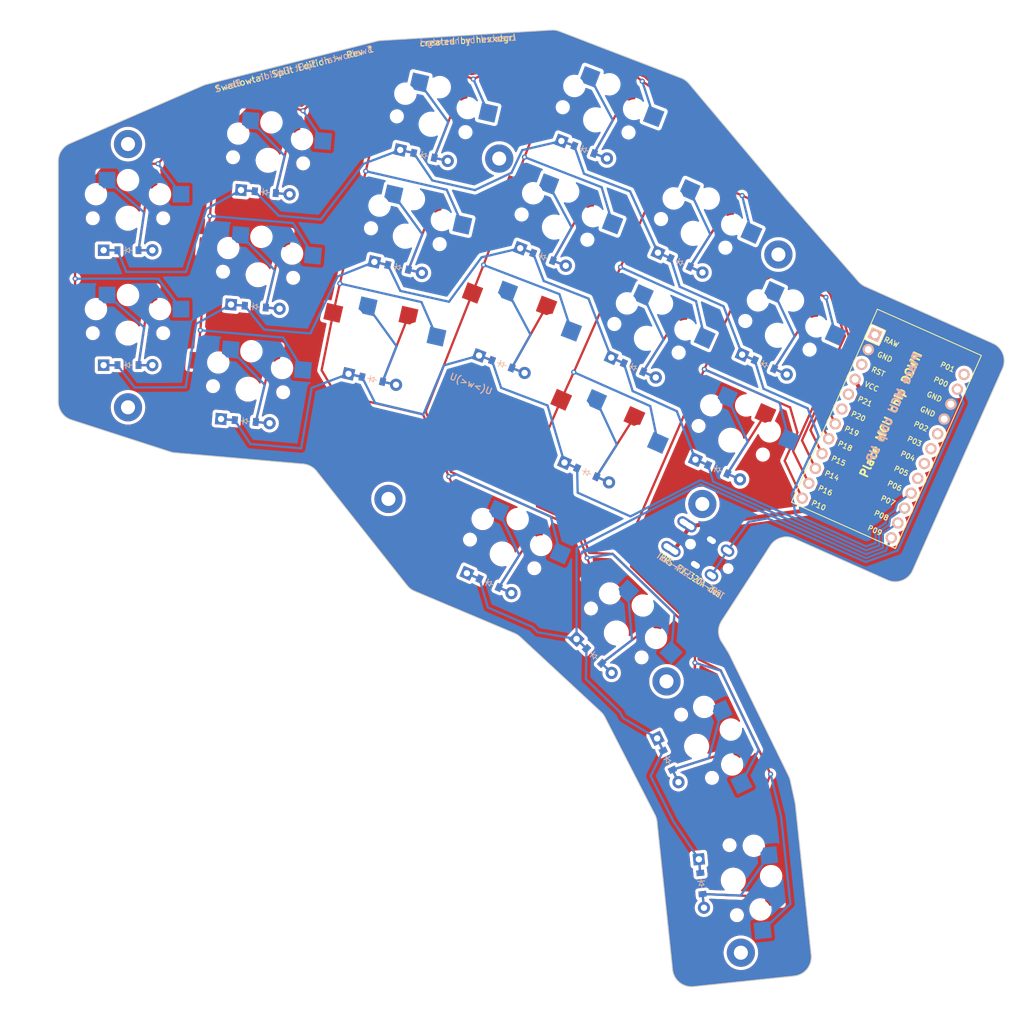
<source format=kicad_pcb>
(kicad_pcb (version 20240108) (generator "pcbnew") (generator_version "8.0")
  (title_block (title "swallowtail_split") (rev "v1.0.0") (company "Unknown"))
  (layers (0 "F.Cu" signal) (31 "B.Cu" signal) (34 "B.Paste" user) (35 "F.Paste" user) (36 "B.SilkS" user "B.Silkscreen") (37 "F.SilkS" user "F.Silkscreen") (38 "B.Mask" user) (39 "F.Mask" user) (44 "Edge.Cuts" user))
  (net 0 "")
  (net 1 "outer_home")
  (net 2 "P19")
  (net 3 "outer_top")
  (net 4 "pinky_bottom")
  (net 5 "P18")
  (net 6 "pinky_home")
  (net 7 "pinky_top")
  (net 8 "ring_bottom")
  (net 9 "P15")
  (net 10 "ring_home")
  (net 11 "ring_top")
  (net 12 "middle_bottom")
  (net 13 "P14")
  (net 14 "middle_home")
  (net 15 "middle_top")
  (net 16 "index_bottom")
  (net 17 "P16")
  (net 18 "index_home")
  (net 19 "index_top")
  (net 20 "inner_home")
  (net 21 "P10")
  (net 22 "inner_top")
  (net 23 "near_thumb")
  (net 24 "home_thumb")
  (net 25 "far_thumb")
  (net 26 "farthest_thumb")
  (net 27 "P7")
  (net 28 "P6")
  (net 29 "P8")
  (net 30 "P9")
  (net 31 "RAW")
  (net 32 "GND")
  (net 33 "RST")
  (net 34 "VCC")
  (net 35 "P21")
  (net 36 "P20")
  (net 37 "P1")
  (net 38 "P0")
  (net 39 "P2")
  (net 40 "P3")
  (net 41 "P4")
  (net 42 "P5")
  (footprint "PG1350" (layer "F.Cu") (at 118.761467 90.811416 -5)
    (property "Reference" "S3" (hide yes))
    (property "Value" "" (hide yes))
  )
  (footprint "PG1350" (layer "F.Cu") (at 173.068258 48.724352 -21)
    (property "Reference" "S11" (hide yes))
    (property "Value" "" (hide yes))
  )
  (footprint "MountingHole_2.2mm_M2_Pad_Via" (layer "F.Cu") (at 157.998686 54.775837 -21)
    (property "Reference" "_4" (hide yes))
    (property "Value" "")
  )
  (footprint "ComboDiode" (layer "F.Cu") (at 156.425827 121.115808 -24)
    (property "Reference" "D17" (hide yes))
    (property "Value" "" (hide yes))
  )
  (footprint "MountingHole_2.2mm_M2_Pad_Via" (layer "F.Cu") (at 140.691219 107.955571 -21)
    (property "Reference" "_3" (hide yes))
    (property "Value" "")
  )
  (footprint "ComboDiode" (layer "F.Cu") (at 100 87.05)
    (property "Reference" "D1" (hide yes))
    (property "Value" "" (hide yes))
  )
  (footprint "PG1350" (layer "F.Cu") (at 173.71118 99.256564 -24)
    (property "Reference" "S12" (hide yes))
    (property "Value" "" (hide yes))
  )
  (footprint "ComboDiode" (layer "F.Cu") (at 142.203788 71.775459 -13)
    (property "Reference" "D7" (hide yes))
    (property "Value" "" (hide yes))
  )
  (footprint "ComboDiode" (layer "F.Cu") (at 119.890134 77.910695 -5)
    (property "Reference" "D4" (hide yes))
    (property "Value" "" (hide yes))
  )
  (footprint "ComboDiode" (layer "F.Cu") (at 100 69.1)
    (property "Reference" "D2" (hide yes))
    (property "Value" "" (hide yes))
  )
  (footprint "ComboDiode" (layer "F.Cu") (at 192.137033 103.355396 -24)
    (property "Reference" "D15" (hide yes))
    (property "Value" "" (hide yes))
  )
  (footprint "ComboDiode" (layer "F.Cu") (at 189.592826 168.042243 -84)
    (property "Reference" "D20" (hide yes))
    (property "Value" "" (hide yes))
  )
  (footprint "MountingHole_2.2mm_M2_Pad_Via" (layer "F.Cu") (at 184.138065 136.465759 -44)
    (property "Reference" "_7" (hide yes))
    (property "Value" "")
  )
  (footprint "PG1350" (layer "F.Cu") (at 194.565436 167.519601 -84)
    (property "Reference" "S20" (hide yes))
    (property "Value" "" (hide yes))
  )
  (footprint "ComboDiode" (layer "F.Cu") (at 158.411009 86.907791 -21)
    (property "Reference" "D9" (hide yes))
    (property "Value" "" (hide yes))
  )
  (footprint "PG1350" (layer "F.Cu") (at 176.297262 128.893983 -44)
    (property "Reference" "S18" (hide yes))
    (property "Value" "" (hide yes))
  )
  (footprint "ComboDiode" (layer "F.Cu") (at 146.241659 54.285516 -13)
    (property "Reference" "D8" (hide yes))
    (property "Value" "" (hide yes))
  )
  (footprint "ComboDiode" (layer "F.Cu") (at 171.677496 103.824291 -24)
    (property "Reference" "D12" (hide yes))
    (property "Value" "" (hide yes))
  )
  (footprint "PG1350" (layer "F.Cu") (at 147.366415 49.413666 -13)
    (property "Reference" "S8" (hide yes))
    (property "Value" "" (hide yes))
  )
  (footprint "MountingHole_2.2mm_M2_Pad_Via" (layer "F.Cu") (at 195.75706 178.857151 -84)
    (property "Reference" "_8" (hide yes))
    (property "Value" "")
  )
  (footprint "PG1350" (layer "F.Cu") (at 139.290672 84.393551 -13)
    (property "Reference" "S6" (hide yes))
    (property "Value" "" (hide yes))
  )
  (footprint "ComboDiode" (layer "F.Cu") (at 186.279342 71.028009 -24)
    (property "Reference" "D14" (hide yes))
    (property "Value" "" (hide yes))
  )
  (footprint "ComboDiode" (layer "F.Cu") (at 164.843714 70.150022 -21)
    (property "Reference" "D10" (hide yes))
    (property "Value" "" (hide yes))
  )
  (footprint "PG1350" (layer "F.Cu") (at 188.313025 66.460282 -24)
    (property "Reference" "S14" (hide yes))
    (property "Value" "" (hide yes))
  )
  (footprint "PG1350" (layer "F.Cu") (at 100 82.05)
    (property "Reference" "S1" (hide yes))
    (property "Value" "" (hide yes))
  )
  (footprint "MountingHole_2.2mm_M2_Pad_Via" (layer "F.Cu") (at 201.617989 69.767853 -24)
    (property "Reference" "_5" (hide yes))
    (property "Value" "")
  )
  (footprint "PG1350" (layer "F.Cu") (at 160.202849 82.239889 -21)
    (property "Reference" "S9" (hide yes))
    (property "Value" "" (hide yes))
  )
  (footprint "MountingHole_2.2mm_M2_Pad_Via" (layer "F.Cu") (at 100 52.51)
    (property "Reference" "_2" (hide yes))
    (property "Value" "")
  )
  (footprint "ComboDiode" (layer "F.Cu") (at 121.45458 60.029 -5)
    (property "Reference" "D5" (hide yes))
    (property "Value" "" (hide yes))
  )
  (footprint "TRRS-PJ-320A-dual" (layer "F.Cu") (at 193.851156 121.632753 -123)
    (property "Reference" "TRRS1")
    (property "Value" "TRRS-PJ-320A-dual")
  )
  (footprint "PG1350" (layer "F.Cu") (at 166.635554 65.48212 -21)
    (property "Reference" "S10" (hide yes))
    (property "Value" "" (hide yes))
  )
  (footprint "ComboDiode" (layer "F.Cu") (at 171.276419 53.392254 -21)
    (property "Reference" "D11" (hide yes))
    (property "Value" "" (hide yes))
  )
  (footprint "PG1350" (layer "F.Cu") (at 181.012102 82.858423 -24)
    (property "Reference" "S13" (hide yes))
    (property "Value" "" (hide yes))
  )
  (footprint "PG1350" (layer "F.Cu") (at 120.325913 72.929721 -5)
    (property "Reference" "S4" (hide yes))
    (property "Value" "" (hide yes))
  )
  (footprint "ComboDiode" (layer "F.Cu") (at 199.437956 86.957255 -24)
    (property "Reference" "D16" (hide yes))
    (property "Value" "" (hide yes))
  )
  (footprint "ComboDiode" (layer "F.Cu") (at 184.342748 148.788062 -64)
    (property "Reference" "D19" (hide yes))
    (property "Value" "" (hide yes))
  )
  (footprint "PG1350" (layer "F.Cu") (at 188.836718 146.596206 -64)
    (property "Reference" "S19" (hide yes))
    (property "Value" "" (hide yes))
  )
  (footprint "PG1350" (layer "F.Cu") (at 100 64.1)
    (property "Reference" "S2" (hide yes))
    (property "Value" "" (hide yes))
  )
  (footprint "PG1350" (layer "F.Cu") (at 194.170716 98.787669 -24)
    (property "Reference" "S15" (hide yes))
    (property "Value" "" (hide yes))
  )
  (footprint "ComboDiode" (layer "F.Cu") (at 138.165917 89.265402 -13)
    (property "Reference" "D6" (hide yes))
    (property "Value" "" (hide yes))
  )
  (footprint "ComboDiode" (layer "F.Cu") (at 118.325689 95.792389 -5)
    (property "Reference" "D3" (hide yes))
    (property "Value" "" (hide yes))
  )
  (footprint "ComboDiode" (layer "F.Cu") (at 178.978419 87.42615 -24)
    (property "Reference" "D13" (hide yes))
    (property "Value" "" (hide yes))
  )
  (footprint "PG1350" (layer "F.Cu") (at 121.890358 55.048026 -5)
    (property "Reference" "S5" (hide yes))
    (property "Value" "" (hide yes))
  )
  (footprint "PG1350" (layer "F.Cu") (at 143.328543 66.903609 -13)
    (property "Reference" "S7" (hide yes))
    (property "Value" "" (hide yes))
  )
  (footprint "ComboDiode" (layer "F.Cu") (at 172.82397 132.490682 -44)
    (property "Reference" "D18" (hide yes))
    (property "Value" "" (hide yes))
  )
  (footprint "MountingHole_2.2mm_M2_Pad_Via" (layer "F.Cu") (at 100 93.64)
    (property "Reference" "_1" (hide yes))
    (property "Value" "")
  )
  (footprint "MountingHole_2.2mm_M2_Pad_Via" (layer "F.Cu") (at 189.737287 108.745314 -24)
    (property "Reference" "_6" (hide yes))
    (property "Value" "")
  )
  (footprint "PG1350" (layer "F.Cu") (at 158.45951 116.548081 -24)
    (property "Reference" "S17" (hide yes))
    (property "Value" "" (hide yes))
  )
  (footprint "PG1350" (layer "F.Cu") (at 201.471639 82.389528 -24)
    (property "Reference" "S16" (hide yes))
    (property "Value" "" (hide yes))
  )
  (footprint "ProMicro" (layer "F.Cu") (at 217.980994 98.168666 -114)
    (property "Reference" "MCU1" (hide yes))
    (property "Value" "" (hide yes))
  )
  (gr_line (start 161.272414 129.522849) (end 173.873885 141.217757) (stroke (width 0.15)) (layer "Edge.Cuts"))
  (gr_arc (start 144.777464 122.371265) (mid 144.127215 121.994995) (end 143.590841 121.468967) (stroke (width 0.15)) (layer "Edge.Cuts"))
  (gr_arc (start 186.428342 42.177327) (mid 187.093574 42.534458) (end 187.648571 43.046372) (stroke (width 0.15)) (layer "Edge.Cuts"))
  (gr_arc (start 173.873885 141.217758) (mid 174.224723 141.605537) (end 174.502895 142.048347) (stroke (width 0.15)) (layer "Edge.Cuts"))
  (gr_line (start 182.644294 158.37533) (end 185.073565 181.488294) (stroke (width 0.15)) (layer "Edge.Cuts"))
  (gr_arc (start 200.35673 115.263561) (mid 202.021003 114.017702) (end 204.095541 114.152848) (stroke (width 0.15)) (layer "Edge.Cuts"))
  (gr_arc (start 127.381823 102.507236) (mid 128.543426 102.854822) (end 129.472573 103.633811) (stroke (width 0.15)) (layer "Edge.Cuts"))
  (gr_arc (start 138.925395 36.4101) (mid 139.199772 36.354038) (end 139.478182 36.323804) (stroke (width 0.15)) (layer "Edge.Cuts"))
  (gr_line (start 89.1 55.166004) (end 89.1 92.766788) (stroke (width 0.15)) (layer "Edge.Cuts"))
  (gr_line (start 111.758095 43.3369) (end 90.902622 52.415316) (stroke (width 0.15)) (layer "Edge.Cuts"))
  (gr_arc (start 192.734368 130.246706) (mid 192.270694 128.628023) (end 192.752049 127.01451) (stroke (width 0.15)) (layer "Edge.Cuts"))
  (gr_line (start 222.612492 119.113217) (end 236.644906 87.595899) (stroke (width 0.15)) (layer "Edge.Cuts"))
  (gr_arc (start 215.17193 74.751606) (mid 214.612173 74.425864) (end 214.135369 73.987579) (stroke (width 0.15)) (layer "Edge.Cuts"))
  (gr_line (start 186.428342 42.177327) (end 167.407116 34.875762) (stroke (width 0.15)) (layer "Edge.Cuts"))
  (gr_line (start 192.752049 127.01451) (end 200.356731 115.263561) (stroke (width 0.15)) (layer "Edge.Cuts"))
  (gr_line (start 204.095541 114.152848) (end 218.651646 120.633643) (stroke (width 0.15)) (layer "Edge.Cuts"))
  (gr_line (start 193.767398 131.881919) (end 192.734368 130.246706) (stroke (width 0.15)) (layer "Edge.Cuts"))
  (gr_arc (start 206.754142 179.209572) (mid 206.102015 181.411119) (end 204.084162 182.506724) (stroke (width 0.15)) (layer "Edge.Cuts"))
  (gr_arc (start 166.147697 34.682171) (mid 166.787803 34.71133) (end 167.407116 34.875762) (stroke (width 0.15)) (layer "Edge.Cuts"))
  (gr_line (start 138.925395 36.410099) (end 112.218371 43.179551) (stroke (width 0.15)) (layer "Edge.Cuts"))
  (gr_line (start 91.17741 95.621403) (end 106.629965 100.615555) (stroke (width 0.15)) (layer "Edge.Cuts"))
  (gr_line (start 206.754142 179.209573) (end 204.283573 155.703685) (stroke (width 0.15)) (layer "Edge.Cuts"))
  (gr_line (start 174.502895 142.048347) (end 182.330487 157.320563) (stroke (width 0.15)) (layer "Edge.Cuts"))
  (gr_arc (start 160.397259 128.957484) (mid 160.859568 129.201883) (end 161.272414 129.522849) (stroke (width 0.15)) (layer "Edge.Cuts"))
  (gr_arc (start 188.370716 184.158273) (mid 186.16917 183.506146) (end 185.073565 181.488294) (stroke (width 0.15)) (layer "Edge.Cuts"))
  (gr_arc (start 235.124479 83.635052) (mid 236.705011 85.300585) (end 236.644906 87.595899) (stroke (width 0.15)) (layer "Edge.Cuts"))
  (gr_line (start 235.124479 83.635052) (end 215.17193 74.751605) (stroke (width 0.15)) (layer "Edge.Cuts"))
  (gr_arc (start 203.25363 151.290481) (mid 203.391389 151.621906) (end 203.488582 151.96741) (stroke (width 0.15)) (layer "Edge.Cuts"))
  (gr_arc (start 111.758095 43.3369) (mid 111.985039 43.248881) (end 112.218371 43.179551) (stroke (width 0.15)) (layer "Edge.Cuts"))
  (gr_line (start 188.370716 184.158274) (end 204.084162 182.506724) (stroke (width 0.15)) (layer "Edge.Cuts"))
  (gr_arc (start 202.723601 60.958331) (mid 202.704209 60.935969) (end 202.685039 60.913417) (stroke (width 0.15)) (layer "Edge.Cuts"))
  (gr_line (start 203.25363 151.290481) (end 193.927499 132.169078) (stroke (width 0.15)) (layer "Edge.Cuts"))
  (gr_line (start 202.685039 60.913417) (end 187.648571 43.046372) (stroke (width 0.15)) (layer "Edge.Cuts"))
  (gr_line (start 129.472573 103.633811) (end 143.590841 121.468967) (stroke (width 0.15)) (layer "Edge.Cuts"))
  (gr_line (start 204.231342 155.379086) (end 203.488582 151.96741) (stroke (width 0.15)) (layer "Edge.Cuts"))
  (gr_arc (start 193.767398 131.881919) (mid 193.851385 132.023304) (end 193.927499 132.169078) (stroke (width 0.15)) (layer "Edge.Cuts"))
  (gr_arc (start 91.17741 95.621403) (mid 89.674328 94.53204) (end 89.1 92.766788) (stroke (width 0.15)) (layer "Edge.Cuts"))
  (gr_arc (start 89.1 55.166004) (mid 89.590803 53.52164) (end 90.902622 52.415316) (stroke (width 0.15)) (layer "Edge.Cuts"))
  (gr_line (start 214.135369 73.987579) (end 202.723601 60.958331) (stroke (width 0.15)) (layer "Edge.Cuts"))
  (gr_arc (start 182.330487 157.320563) (mid 182.536168 157.833435) (end 182.644294 158.37533) (stroke (width 0.15)) (layer "Edge.Cuts"))
  (gr_arc (start 107.291088 100.749524) (mid 106.956749 100.701181) (end 106.629965 100.615555) (stroke (width 0.15)) (layer "Edge.Cuts"))
  (gr_line (start 166.147697 34.682171) (end 139.478182 36.323804) (stroke (width 0.15)) (layer "Edge.Cuts"))
  (gr_arc (start 222.612491 119.113216) (mid 220.946959 120.693747) (end 218.651646 120.633643) (stroke (width 0.15)) (layer "Edge.Cuts"))
  (gr_line (start 144.777464 122.371265) (end 160.39726 128.957485) (stroke (width 0.15)) (layer "Edge.Cuts"))
  (gr_line (start 107.291088 100.749524) (end 127.381823 102.507236) (stroke (width 0.15)) (layer "Edge.Cuts"))
  (gr_arc (start 204.231342 155.379087) (mid 204.261908 155.54067) (end 204.283573 155.703685) (stroke (width 0.15)) (layer "Edge.Cuts"))
  (gr_text "created by hexxdgrl" (at 160.75 36.4 3.5) (layer "B.SilkS") (effects (font (size 1 1)) (justify left bottom mirror)))
  (gr_text "Swallowtail Split Edition - Rev 1" (at 138.5 38.15 14.4) (layer "B.SilkS") (effects (font (size 1 1)) (justify left bottom mirror)))
  (gr_text "U(>w<)U" (at 150.05 89.25 339) (layer "B.SilkS") (effects (font (size 1 1)) (justify left bottom)))
  (gr_text "TRRS-PJ-320A-dual" (at 192.75 123.8 327) (layer "B.SilkS") (effects (font (size 1 0.75) (thickness 0.15) (bold yes)) (justify left bottom mirror)))
  (gr_text "Place MCU chip UP" (at 224.18365 85.350584 66) (layer "B.SilkS") (effects (font (size 1.25 1.25) (thickness 0.3) (bold yes)) (justify left bottom mirror)))
  (gr_text "Place MCU chip DOWN" (at 215.465273 104.948617 66) (layer "F.SilkS") (effects (font (size 1.25 1.25) (thickness 0.3) (bold yes)) (justify left bottom)))
  (gr_text "U(>w<)U" (at 150.05 89.25 339) (layer "F.SilkS") (effects (font (size 1 1)) (justify left bottom)))
  (gr_text "created by hexxdgrl" (at 145.5 37.35 3.5) (layer "F.SilkS") (effects (font (size 1 1)) (justify left bottom)))
  (gr_text "Swallowtail Split Edition - Rev 1" (at 113.65 44.55 14.4) (layer "F.SilkS") (effects (font (size 1 1)) (justify left bottom)))
  (gr_text "TRRS-PJ-320A-dual" (at 182.35 117.05 327) (layer "F.SilkS") (effects (font (size 1 0.75) (thickness 0.15) (bold yes)) (justify left bottom)))
  (segment (start 103.275 76.1) (end 101.65 87.05) (width 0.356) (layer "F.Cu") (net 1))
  (segment (start 101.65 87.05) (end 103.81 87.05) (width 0.356) (layer "F.Cu") (net 1))
  (segment (start 101.65 87.05) (end 102.52947 81.143198) (width 0.356) (layer "B.Cu") (net 1))
  (segment (start 103.81 87.05) (end 101.65 87.05) (width 0.356) (layer "B.Cu") (net 1))
  (segment (start 102.52947 81.143198) (end 96.725 76.1) (width 0.356) (layer "B.Cu") (net 1))
  (segment (start 201.523141 60.726859) (end 211.74336 74.95664) (width 0.356) (layer "F.Cu") (net 2))
  (segment (start 113.457151 45.140761) (end 127.153928 46.505766) (width 0.356) (layer "F.Cu") (net 2))
  (segment (start 171.862507 37.354239) (end 181.4 41.026724) (width 0.356) (layer "F.Cu") (net 2))
  (segment (start 127.153928 46.505766) (end 140.342478 37.939206) (width 0.356) (layer "F.Cu") (net 2))
  (segment (start 214.433724 82.617592) (end 209.381075 93.837202) (width 0.356) (layer "F.Cu") (net 2))
  (segment (start 104.7 55.591176) (end 113.457151 45.140761) (width 0.356) (layer "F.Cu") (net 2))
  (segment (start 91.75 73.55) (end 91.725 73.525) (width 0.356) (layer "F.Cu") (net 2))
  (segment (start 95.45 55.55) (end 91.725 60.35) (width 0.356) (layer "F.Cu") (net 2))
  (segment (start 181.4 41.026724) (end 201.523141 60.726859) (width 0.356) (layer "F.Cu") (net 2))
  (segment (start 209.381075 93.837202) (end 210.503222 96.229536) (width 0.356) (layer "F.Cu") (net 2))
  (segment (start 91.725 78.3) (end 91.725 73.575) (width 0.356) (layer "F.Cu") (net 2))
  (segment (start 104.7 55.591176) (end 95.45 55.55) (width 0.356) (layer "F.Cu") (net 2))
  (segment (start 140.342478 37.939206) (end 153.732127 40.98489) (width 0.356) (layer "F.Cu") (net 2))
  (segment (start 211.74336 74.95664) (end 214.433724 82.617592) (width 0.356) (layer "F.Cu") (net 2))
  (segment (start 91.725 73.575) (end 91.75 73.55) (width 0.356) (layer "F.Cu") (net 2))
  (segment (start 91.725 73.525) (end 91.725 60.35) (width 0.356) (layer "F.Cu") (net 2))
  (segment (start 153.732127 40.98489) (end 171.862507 37.354239) (width 0.356) (layer "F.Cu") (net 2))
  (via (at 104.7 55.591176) (size 0.8) (drill 0.4) (layers "F.Cu" "B.Cu") (net 2))
  (via (at 91.75 73.55) (size 0.8) (drill 0.4) (layers "F.Cu" "B.Cu") (net 2))
  (segment (start 104.75 73.55) (end 91.75 73.55) (width 0.356) (layer "B.Cu") (net 2))
  (segment (start 108.275 78.3) (end 104.75 73.55) (width 0.356) (layer "B.Cu") (net 2))
  (segment (start 108.275 60.35) (end 104.7 55.591176) (width 0.356) (layer "B.Cu") (net 2))
  (segment (start 101.65 69.1) (end 103.81 69.1) (width 0.356) (layer "F.Cu") (net 3))
  (segment (start 103.275 58.15) (end 101.65 69.1) (width 0.356) (layer "F.Cu") (net 3))
  (segment (start 102.52118 63.192478) (end 96.725 58.15) (width 0.356) (layer "B.Cu") (net 3))
  (segment (start 101.65 69.1) (end 102.52118 63.192478) (width 0.356) (layer "B.Cu") (net 3))
  (segment (start 103.81 69.1) (end 101.65 69.1) (width 0.356) (layer "B.Cu") (net 3))
  (segment (start 122.542581 85.169493) (end 119.96941 95.936196) (width 0.356) (layer "F.Cu") (net 4))
  (segment (start 119.96941 95.936196) (end 122.121191 96.124452) (width 0.356) (layer "F.Cu") (net 4))
  (segment (start 119.96941 95.936196) (end 122.121191 96.124452) (width 0.356) (layer "B.Cu") (net 4))
  (segment (start 116.017506 84.598622) (end 121.351005 90.126556) (width 0.356) (layer "B.Cu") (net 4))
  (segment (start 121.351005 90.126556) (end 119.96941 95.936196) (width 0.356) (layer "B.Cu") (net 4))
  (segment (start 207.999472 95.528299) (end 209.470111 98.549941) (width 0.356) (layer "F.Cu") (net 5))
  (segment (start 118.25 46.2) (end 113.973681 50.591082) (width 0.356) (layer "F.Cu") (net 5))
  (segment (start 140.440976 38.543574) (end 153.717033 41.56086) (width 0.356) (layer "F.Cu") (net 5))
  (segment (start 128.107287 46.557287) (end 140.440976 38.543574) (width 0.356) (layer "F.Cu") (net 5))
  (segment (start 112.8 63.75) (end 113.973681 50.591082) (width 0.356) (layer "F.Cu") (net 5))
  (segment (start 213.82839 82.592094) (end 207.999472 95.528299) (width 0.356) (layer "F.Cu") (net 5))
  (segment (start 127.35 47.3) (end 128.107287 46.557287) (width 0.356) (layer "F.Cu") (net 5))
  (segment (start 181.06888 41.496204) (end 201.066894 61.083106) (width 0.356) (layer "F.Cu") (net 5))
  (segment (start 201.066894 61.083106) (end 211.239744 75.210256) (width 0.356) (layer "F.Cu") (net 5))
  (segment (start 127.35 47.3) (end 126.45 47.017999) (width 0.356) (layer "F.Cu") (net 5))
  (segment (start 111.3 81.6) (end 112.409236 68.472777) (width 0.356) (layer "F.Cu") (net 5))
  (segment (start 171.817186 37.936864) (end 181.06888 41.496204) (width 0.356) (layer "F.Cu") (net 5))
  (segment (start 112.409236 68.472777) (end 112.8 63.75) (width 0.356) (layer "F.Cu") (net 5))
  (segment (start 126.45 47.017999) (end 118.25 46.2) (width 0.356) (layer "F.Cu") (net 5))
  (segment (start 110.84479 86.354472) (end 111.3 81.6) (width 0.356) (layer "F.Cu") (net 5))
  (segment (start 211.239744 75.210256) (end 213.82839 82.592094) (width 0.356) (layer "F.Cu") (net 5))
  (segment (start 153.717033 41.56086) (end 171.817186 37.936864) (width 0.356) (layer "F.Cu") (net 5))
  (via (at 127.35 47.3) (size 0.8) (drill 0.4) (layers "F.Cu" "B.Cu") (net 5))
  (via (at 111.3 81.6) (size 0.8) (drill 0.4) (layers "F.Cu" "B.Cu") (net 5))
  (via (at 112.8 63.75) (size 0.8) (drill 0.4) (layers "F.Cu" "B.Cu") (net 5))
  (segment (start 130.460703 52.03351) (end 127.35 47.3) (width 0.356) (layer "B.Cu") (net 5))
  (segment (start 128.896258 69.915205) (end 125.8 64.85) (width 0.356) (layer "B.Cu") (net 5))
  (segment (start 127.331812 87.7969) (end 124.25 82.75) (width 0.356) (layer "B.Cu") (net 5))
  (segment (start 125.8 64.85) (end 112.8 63.75) (width 0.356) (layer "B.Cu") (net 5))
  (segment (start 124.25 82.75) (end 111.3 81.6) (width 0.356) (layer "B.Cu") (net 5))
  (segment (start 121.533855 78.054502) (end 123.685636 78.242758) (width 0.356) (layer "F.Cu") (net 6))
  (segment (start 124.107027 67.287798) (end 121.533855 78.054502) (width 0.356) (layer "F.Cu") (net 6))
  (segment (start 121.533855 78.054502) (end 122.927065 72.223726) (width 0.356) (layer "B.Cu") (net 6))
  (segment (start 121.533855 78.054502) (end 123.685636 78.242758) (width 0.356) (layer "B.Cu") (net 6))
  (segment (start 122.927065 72.223726) (end 117.581952 66.716927) (width 0.356) (layer "B.Cu") (net 6))
  (segment (start 123.098301 60.172807) (end 125.250082 60.361063) (width 0.356) (layer "F.Cu") (net 7))
  (segment (start 125.671472 49.406103) (end 123.098301 60.172807) (width 0.356) (layer "F.Cu") (net 7))
  (segment (start 123.098301 60.172807) (end 125.250082 60.361063) (width 0.356) (layer "B.Cu") (net 7))
  (segment (start 119.146397 48.835232) (end 124.488308 54.367977) (width 0.356) (layer "B.Cu") (net 7))
  (segment (start 124.488308 54.367977) (end 123.098301 60.172807) (width 0.356) (layer "B.Cu") (net 7))
  (segment (start 143.820193 79.332764) (end 139.773628 89.636571) (width 0.356) (layer "F.Cu") (net 8))
  (segment (start 139.773628 89.636571) (end 141.878267 90.122466) (width 0.356) (layer "F.Cu") (net 8))
  (segment (start 141.957696 84.104053) (end 139.773628 89.636571) (width 0.356) (layer "B.Cu") (net 8))
  (segment (start 139.773628 89.636571) (end 141.878267 90.122466) (width 0.356) (layer "B.Cu") (net 8))
  (segment (start 137.438069 77.859334) (end 141.957696 84.104053) (width 0.356) (layer "B.Cu") (net 8))
  (segment (start 155 41.897842) (end 171.759795 38.516946) (width 0.356) (layer "F.Cu") (net 9))
  (segment (start 133.1 74.3) (end 136.109197 61.388251) (width 0.356) (layer "F.Cu") (net 9))
  (segment (start 130.25 87.85) (end 132.071326 78.878193) (width 0.356) (layer "F.Cu") (net 9))
  (segment (start 146.1 94.75) (end 132.45 91.55) (width 0.356) (layer "F.Cu") (net 9))
  (segment (start 153.95 42.35) (end 155 41.897842) (width 0.356) (layer "F.Cu") (net 9))
  (segment (start 152.425184 109.75654) (end 150.130172 104.469828) (width 0.356) (layer "F.Cu") (net 9))
  (segment (start 180.761956 41.9744) (end 200.616387 61.428266) (width 0.356) (layer "F.Cu") (net 9))
  (segment (start 132.45 91.55) (end 130.25 87.85) (width 0.356) (layer "F.Cu") (net 9))
  (segment (start 152.9 41.956389) (end 144.75 40.1) (width 0.356) (layer "F.Cu") (net 9))
  (segment (start 200.616387 61.428266) (end 210.757706 75.515109) (width 0.356) (layer "F.Cu") (net 9))
  (segment (start 171.759795 38.516946) (end 180.761956 41.9744) (width 0.356) (layer "F.Cu") (net 9))
  (segment (start 213.224904 82.564954) (end 206.634345 97.204264) (width 0.356) (layer "F.Cu") (net 9))
  (segment (start 210.757706 75.515109) (end 213.224904 82.564954) (width 0.356) (layer "F.Cu") (net 9))
  (segment (start 153.95 42.35) (end 152.9 41.956389) (width 0.356) (layer "F.Cu") (net 9))
  (segment (start 206.634345 97.204264) (end 208.437 100.870346) (width 0.356) (layer "F.Cu") (net 9))
  (segment (start 144.75 40.1) (end 140.147069 43.898308) (width 0.356) (layer "F.Cu") (net 9))
  (segment (start 150.130172 104.469828) (end 146.1 94.75) (width 0.356) (layer "F.Cu") (net 9))
  (segment (start 136.109197 61.388251) (end 137.15 56.75) (width 0.356) (layer "F.Cu") (net 9))
  (segment (start 132.071326 78.878193) (end 133.1 74.3) (width 0.356) (layer "F.Cu") (net 9))
  (segment (start 137.15 56.75) (end 140.147069 43.898308) (width 0.356) (layer "F.Cu") (net 9))
  (via (at 133.1 74.3) (size 0.8) (drill 0.4) (layers "F.Cu" "B.Cu") (net 9))
  (via (at 153.95 42.35) (size 0.8) (drill 0.4) (layers "F.Cu" "B.Cu") (net 9))
  (via (at 137.15 56.75) (size 0.8) (drill 0.4) (layers "F.Cu" "B.Cu") (net 9))
  (via (at 150.130172 104.469828) (size 0.8) (drill 0.4) (layers "F.Cu" "B.Cu") (net 9))
  (segment (start 151.31538 104.120622) (end 166.063396 110.731761) (width 0.356) (layer "B.Cu") (net 9))
  (segment (start 152.235022 65.111191) (end 149.8 59.65) (width 0.356) (layer "B.Cu") (net 9))
  (segment (start 148.197151 82.601133) (end 145.85 77.2) (width 0.356) (layer "B.Cu") (net 9))
  (segment (start 166.063396 110.731761) (end 167.544361 116.488031) (width 0.356) (layer "B.Cu") (net 9))
  (segment (start 145.85 77.2) (end 133.1 74.3) (width 0.356) (layer "B.Cu") (net 9))
  (segment (start 149.8 59.65) (end 137.15 56.75) (width 0.356) (layer "B.Cu") (net 9))
  (segment (start 156.272894 47.621248) (end 153.95 42.35) (width 0.356) (layer "B.Cu") (net 9))
  (segment (start 150.130172 104.469828) (end 151.31538 104.120622) (width 0.356) (layer "B.Cu") (net 9))
  (segment (start 143.811499 72.146628) (end 145.916138 72.632523) (width 0.356) (layer "F.Cu") (net 10))
  (segment (start 147.858064 61.842822) (end 143.811499 72.146628) (width 0.356) (layer "F.Cu") (net 10))
  (segment (start 143.811499 72.146628) (end 145.916138 72.632523) (width 0.356) (layer "B.Cu") (net 10))
  (segment (start 141.47594 60.369392) (end 145.988699 66.592842) (width 0.356) (layer "B.Cu") (net 10))
  (segment (start 145.988699 66.592842) (end 143.811499 72.146628) (width 0.356) (layer "B.Cu") (net 10))
  (segment (start 151.895936 44.352879) (end 147.84937 54.656685) (width 0.356) (layer "F.Cu") (net 11))
  (segment (start 147.84937 54.656685) (end 149.954009 55.14258) (width 0.356) (layer "F.Cu") (net 11))
  (segment (start 150.036251 49.080433) (end 147.84937 54.656685) (width 0.356) (layer "B.Cu") (net 11))
  (segment (start 145.513812 42.879449) (end 150.036251 49.080433) (width 0.356) (layer "B.Cu") (net 11))
  (segment (start 147.84937 54.656685) (end 149.954009 55.14258) (width 0.356) (layer "B.Cu") (net 11))
  (segment (start 159.951417 87.499098) (end 161.96795 88.273173) (width 0.356) (layer "F.Cu") (net 12))
  (segment (start 165.392614 77.85874) (end 159.951417 87.499098) (width 0.356) (layer "F.Cu") (net 12))
  (segment (start 159.277662 75.51143) (end 162.891804 82.293204) (width 0.356) (layer "B.Cu") (net 12))
  (segment (start 161.96795 88.273173) (end 159.951417 87.499098) (width 0.356) (layer "B.Cu") (net 12))
  (segment (start 162.891804 82.293204) (end 159.951417 87.499098) (width 0.356) (layer "B.Cu") (net 12))
  (segment (start 210.253349 75.791118) (end 212.625148 82.538478) (width 0.356) (layer "F.Cu") (net 13))
  (segment (start 179.7 42.162857) (end 171.7 39.1) (width 0.356) (layer "F.Cu") (net 13))
  (segment (start 160.254056 59.015699) (end 161.95 54.55) (width 0.356) (layer "F.Cu") (net 13))
  (segment (start 205.304336 98.804336) (end 207.403889 103.190752) (width 0.356) (layer "F.Cu") (net 13))
  (segment (start 155.55 71.4) (end 160.254056 59.015699) (width 0.356) (layer "F.Cu") (net 13))
  (segment (start 170 112.5) (end 150.435898 103.718978) (width 0.356) (layer "F.Cu") (net 13))
  (segment (start 181.510408 43.489592) (end 200.214094 61.826126) (width 0.356) (layer "F.Cu") (net 13))
  (segment (start 172.949694 120.448161) (end 171.735286 117.179735) (width 0.356) (layer "F.Cu") (net 13))
  (segment (start 180.35 42.7) (end 181.510408 43.489592) (width 0.356) (layer "F.Cu") (net 13))
  (segment (start 171.7 39.1) (end 166.68676 42.257931) (width 0.356) (layer "F.Cu") (net 13))
  (segment (start 180.35 42.7) (end 179.7 42.162857) (width 0.356) (layer "F.Cu") (net 13))
  (segment (start 212.625148 82.538478) (end 205.304336 98.804336) (width 0.356) (layer "F.Cu") (net 13))
  (segment (start 161.95 54.55) (end 166.68676 42.257931) (width 0.356) (layer "F.Cu") (net 13))
  (segment (start 171.735286 117.179735) (end 170 112.5) (width 0.356) (layer "F.Cu") (net 13))
  (segment (start 146.512161 94.283841) (end 153.821351 75.773468) (width 0.356) (layer "F.Cu") (net 13))
  (segment (start 153.821351 75.773468) (end 155.55 71.4) (width 0.356) (layer "F.Cu") (net 13))
  (segment (start 150.435898 103.718978) (end 146.512161 94.283841) (width 0.356) (layer "F.Cu") (net 13))
  (segment (start 200.214094 61.826126) (end 210.253349 75.791118) (width 0.356) (layer "F.Cu") (net 13))
  (via (at 155.55 71.4) (size 0.8) (drill 0.4) (layers "F.Cu" "B.Cu") (net 13))
  (via (at 180.35 42.7) (size 0.8) (drill 0.4) (layers "F.Cu" "B.Cu") (net 13))
  (via (at 161.95 54.55) (size 0.8) (drill 0.4) (layers "F.Cu" "B.Cu") (net 13))
  (via (at 171.735286 117.179735) (size 0.8) (drill 0.4) (layers "F.Cu" "B.Cu") (net 13))
  (segment (start 161.95 54.55) (end 174 59.25) (width 0.356) (layer "B.Cu") (net 13))
  (segment (start 184.854768 131.944757) (end 185.39562 125.884747) (width 0.356) (layer "B.Cu") (net 13))
  (segment (start 167.4 75.95) (end 155.55 71.4) (width 0.356) (layer "B.Cu") (net 13))
  (segment (start 175.695122 116.544005) (end 171.735286 117.179735) (width 0.356) (layer "B.Cu") (net 13))
  (segment (start 182.137516 48.18892) (end 180.35 42.7) (width 0.356) (layer "B.Cu") (net 13))
  (segment (start 185.39562 125.884747) (end 175.695122 116.544005) (width 0.356) (layer "B.Cu") (net 13))
  (segment (start 169.272107 81.704457) (end 167.4 75.95) (width 0.356) (layer "B.Cu") (net 13))
  (segment (start 174 59.25) (end 175.704812 64.946688) (width 0.356) (layer "B.Cu") (net 13))
  (segment (start 166.384122 70.741329) (end 168.400655 71.515404) (width 0.356) (layer "F.Cu") (net 14))
  (segment (start 171.825319 61.100971) (end 166.384122 70.741329) (width 0.356) (layer "F.Cu") (net 14))
  (segment (start 166.384122 70.741329) (end 168.400655 71.515404) (width 0.356) (layer "B.Cu") (net 14))
  (segment (start 165.710367 58.753661) (end 169.316205 65.522512) (width 0.356) (layer "B.Cu") (net 14))
  (segment (start 169.316205 65.522512) (end 166.384122 70.741329) (width 0.356) (layer "B.Cu") (net 14))
  (segment (start 178.258023 44.343203) (end 172.816827 53.983561) (width 0.356) (layer "F.Cu") (net 15))
  (segment (start 172.816827 53.983561) (end 174.83336 54.757636) (width 0.356) (layer "F.Cu") (net 15))
  (segment (start 172.143071 41.995893) (end 175.752644 48.779257) (width 0.356) (layer "B.Cu") (net 15))
  (segment (start 175.752644 48.779257) (end 172.816827 53.983561) (width 0.356) (layer "B.Cu") (net 15))
  (segment (start 172.816827 53.983561) (end 174.83336 54.757636) (width 0.356) (layer "B.Cu") (net 15))
  (segment (start 179.123124 95.153031) (end 173.184846 104.495406) (width 0.356) (layer "F.Cu") (net 16))
  (segment (start 175.158104 105.373958) (end 173.184846 104.495406) (width 0.356) (layer "F.Cu") (net 16))
  (segment (start 176.387543 99.479553) (end 173.184846 104.495406) (width 0.356) (layer "B.Cu") (net 16))
  (segment (start 173.184846 104.495406) (end 175.158104 105.373958) (width 0.356) (layer "B.Cu") (net 16))
  (segment (start 173.139402 92.488906) (end 176.387543 99.479553) (width 0.356) (layer "B.Cu") (net 16))
  (segment (start 175.75 116.55) (end 172.08301 116.382015) (width 0.356) (layer "F.Cu") (net 17))
  (segment (start 199.9 62.35) (end 209.75 76.05) (width 0.356) (layer "F.Cu") (net 17))
  (segment (start 162.85 103.65) (end 167.676854 92.465023) (width 0.356) (layer "F.Cu") (net 17))
  (segment (start 176.95 71.75) (end 182.278699 59.668741) (width 0.356) (layer "F.Cu") (net 17))
  (segment (start 174.977776 76.066882) (end 176.95 71.75) (width 0.356) (layer "F.Cu") (net 17))
  (segment (start 187.45 56.75) (end 195.95 60.55) (width 0.356) (layer "F.Cu") (net 17))
  (segment (start 212.016377 82.516632) (end 203.913687 100.484959) (width 0.356) (layer "F.Cu") (net 17))
  (segment (start 170.45 112.05) (end 163.921402 109.110765) (width 0.356) (layer "F.Cu") (net 17))
  (segment (start 182.278699 59.668741) (end 187.45 56.75) (width 0.356) (layer "F.Cu") (net 17))
  (segment (start 188.579674 134.338156) (end 188.579674 128.979674) (width 0.356) (layer "F.Cu") (net 17))
  (segment (start 188.579674 128.979674) (end 175.75 116.55) (width 0.356) (layer "F.Cu") (net 17))
  (segment (start 163.921402 109.110765) (end 162.85 103.65) (width 0.356) (layer "F.Cu") (net 17))
  (segment (start 188.579674 133.550997) (end 188.579674 137.514793) (width 0.356) (layer "F.Cu") (net 17))
  (segment (start 203.913687 100.484959) (end 206.370778 105.511157) (width 0.356) (layer "F.Cu") (net 17))
  (segment (start 209.75 76.05) (end 212.016377 82.516632) (width 0.356) (layer "F.Cu") (net 17))
  (segment (start 169.65 88.15) (end 174.977776 76.066882) (width 0.356) (layer "F.Cu") (net 17))
  (segment (start 195.95 60.55) (end 199.9 62.35) (width 0.356) (layer "F.Cu") (net 17))
  (segment (start 167.676854 92.465023) (end 169.65 88.15) (width 0.356) (layer "F.Cu") (net 17))
  (segment (start 172.08301 116.382015) (end 170.45 112.05) (width 0.356) (layer "F.Cu") (net 17))
  (segment (start 188.579674 133.550997) (end 188.579674 134.338156) (width 0.356) (layer "F.Cu") (net 17))
  (via (at 188.579674 133.550997) (size 0.8) (drill 0.4) (layers "F.Cu" "B.Cu") (net 17))
  (via (at 169.65 88.15) (size 0.8) (drill 0.4) (layers "F.Cu" "B.Cu") (net 17))
  (via (at 176.95 71.75) (size 0.8) (drill 0.4) (layers "F.Cu" "B.Cu") (net 17))
  (via (at 195.95 60.55) (size 0.8) (drill 0.4) (layers "F.Cu" "B.Cu") (net 17))
  (segment (start 190.096953 82.798373) (end 188.75 77.05) (width 0.356) (layer "B.Cu") (net 17))
  (segment (start 182.796031 99.196514) (end 181.6 93.45) (width 0.356) (layer "B.Cu") (net 17))
  (segment (start 198.550531 147.164987) (end 195.834717 152.389835) (width 0.356) (layer "B.Cu") (net 17))
  (segment (start 188.579674 133.550997) (end 192.617761 134.784194) (width 0.356) (layer "B.Cu") (net 17))
  (segment (start 188.75 77.05) (end 176.95 71.75) (width 0.356) (layer "B.Cu") (net 17))
  (segment (start 192.617761 134.784194) (end 198.550531 147.164987) (width 0.356) (layer "B.Cu") (net 17))
  (segment (start 197.397876 66.400232) (end 195.95 60.55) (width 0.356) (layer "B.Cu") (net 17))
  (segment (start 181.6 93.45) (end 169.65 88.15) (width 0.356) (layer "B.Cu") (net 17))
  (segment (start 180.485769 88.097265) (end 182.459027 88.975817) (width 0.356) (layer "F.Cu") (net 18))
  (segment (start 186.424046 78.75489) (end 180.485769 88.097265) (width 0.356) (layer "F.Cu") (net 18))
  (segment (start 180.485769 88.097265) (end 182.459027 88.975817) (width 0.356) (layer "B.Cu") (net 18))
  (segment (start 180.440324 76.090765) (end 183.687591 83.062408) (width 0.356) (layer "B.Cu") (net 18))
  (segment (start 183.687591 83.062408) (end 180.485769 88.097265) (width 0.356) (layer "B.Cu") (net 18))
  (segment (start 193.724969 62.356749) (end 187.786692 71.699124) (width 0.356) (layer "F.Cu") (net 19))
  (segment (start 187.786692 71.699124) (end 189.75995 72.577676) (width 0.356) (layer "F.Cu") (net 19))
  (segment (start 187.786692 71.699124) (end 189.75995 72.577676) (width 0.356) (layer "B.Cu") (net 19))
  (segment (start 187.741247 59.692624) (end 190.993507 66.638743) (width 0.356) (layer "B.Cu") (net 19))
  (segment (start 190.993507 66.638743) (end 187.786692 71.699124) (width 0.356) (layer "B.Cu") (net 19))
  (segment (start 193.644383 104.026511) (end 199.58266 94.684136) (width 0.356) (layer "F.Cu") (net 20))
  (segment (start 195.617641 104.905063) (end 193.644383 104.026511) (width 0.356) (layer "F.Cu") (net 20))
  (segment (start 193.644383 104.026511) (end 195.617641 104.905063) (width 0.356) (layer "B.Cu") (net 20))
  (segment (start 193.598938 92.020011) (end 196.833768 99.019055) (width 0.356) (layer "B.Cu") (net 20))
  (segment (start 196.833768 99.019055) (end 193.644383 104.026511) (width 0.356) (layer "B.Cu") (net 20))
  (segment (start 189.144834 128.744972) (end 178.613159 118.52209) (width 0.356) (layer "F.Cu") (net 21))
  (segment (start 200.390051 150.948724) (end 192.603046 134.746954) (width 0.356) (layer "F.Cu") (net 21))
  (segment (start 192.603046 134.746954) (end 189.16419 133.020025) (width 0.356) (layer "F.Cu") (net 21))
  (segment (start 202.6 102) (end 205.337667 107.831563) (width 0.356) (layer "F.Cu") (net 21))
  (segment (start 188.13639 91.996128) (end 190.05 87.7) (width 0.356) (layer "F.Cu") (net 21))
  (segment (start 209.05 76.45) (end 201.1 72.95) (width 0.356) (layer "F.Cu") (net 21))
  (segment (start 189.16419 133.020025) (end 189.144834 128.744972) (width 0.356) (layer "F.Cu") (net 21))
  (segment (start 203.45 93.65) (end 204.6 97.6) (width 0.356) (layer "F.Cu") (net 21))
  (segment (start 201.1 72.95) (end 195.437313 75.597987) (width 0.356) (layer "F.Cu") (net 21))
  (segment (start 178.54852 113.982576) (end 188.13639 91.996128) (width 0.356) (layer "F.Cu") (net 21))
  (segment (start 200.390051 150.948724) (end 197.42992 158.897951) (width 0.356) (layer "F.Cu") (net 21))
  (segment (start 190.05 87.7) (end 195.437313 75.597987) (width 0.356) (layer "F.Cu") (net 21))
  (segment (start 190.05 87.7) (end 203.45 93.65) (width 0.356) (layer "F.Cu") (net 21))
  (segment (start 178.613159 118.52209) (end 178.54852 113.982576) (width 0.356) (layer "F.Cu") (net 21))
  (segment (start 204.6 97.6) (end 202.6 102) (width 0.356) (layer "F.Cu") (net 21))
  (via (at 200.390051 150.948724) (size 0.8) (drill 0.4) (layers "F.Cu" "B.Cu") (net 21))
  (via (at 190.05 87.7) (size 0.8) (drill 0.4) (layers "F.Cu" "B.Cu") (net 21))
  (via (at 209.05 76.45) (size 0.8) (drill 0.4) (layers "F.Cu" "B.Cu") (net 21))
  (segment (start 202.050637 157.6794) (end 200.390051 150.948724) (width 0.356) (layer "B.Cu") (net 21))
  (segment (start 203.255567 98.727619) (end 201.8 92.9) (width 0.356) (layer "B.Cu") (net 21))
  (segment (start 210.55649 82.329478) (end 209.05 76.45) (width 0.356) (layer "B.Cu") (net 21))
  (segment (start 201.8 92.9) (end 190.05 87.7) (width 0.356) (layer "B.Cu") (net 21))
  (segment (start 203.486 171.239551) (end 202.050637 157.6794) (width 0.356) (layer "B.Cu") (net 21))
  (segment (start 199.159866 175.357288) (end 203.486 171.239551) (width 0.356) (layer "B.Cu") (net 21))
  (segment (start 200.945306 87.62837) (end 202.918564 88.506922) (width 0.356) (layer "F.Cu") (net 22))
  (segment (start 206.883583 78.285995) (end 200.945306 87.62837) (width 0.356) (layer "F.Cu") (net 22))
  (segment (start 200.899861 75.62187) (end 204.163591 82.567841) (width 0.356) (layer "B.Cu") (net 22))
  (segment (start 204.163591 82.567841) (end 200.945306 87.62837) (width 0.356) (layer "B.Cu") (net 22))
  (segment (start 200.945306 87.62837) (end 202.918564 88.506922) (width 0.356) (layer "B.Cu") (net 22))
  (segment (start 157.933177 121.786923) (end 159.906435 122.665475) (width 0.356) (layer "F.Cu") (net 23))
  (segment (start 163.871454 112.444548) (end 157.933177 121.786923) (width 0.356) (layer "F.Cu") (net 23))
  (segment (start 161.136104 116.738229) (end 157.933177 121.786923) (width 0.356) (layer "B.Cu") (net 23))
  (segment (start 157.887732 109.780423) (end 161.136104 116.738229) (width 0.356) (layer "B.Cu") (net 23))
  (segment (start 157.933177 121.786923) (end 159.906435 122.665475) (width 0.356) (layer "B.Cu") (net 23))
  (segment (start 174.010881 133.636868) (end 175.564655 135.13733) (width 0.356) (layer "F.Cu") (net 24))
  (segment (start 182.786317 126.888917) (end 174.010881 133.636868) (width 0.356) (layer "F.Cu") (net 24))
  (segment (start 174.010881 133.636868) (end 175.564655 135.13733) (width 0.356) (layer "B.Cu") (net 24))
  (segment (start 178.074641 122.338905) (end 178.746753 130.003246) (width 0.356) (layer "B.Cu") (net 24))
  (segment (start 178.746753 130.003246) (end 174.010881 133.636868) (width 0.356) (layer "B.Cu") (net 24))
  (segment (start 195.620208 146.931448) (end 185.06606 150.271072) (width 0.356) (layer "F.Cu") (net 25))
  (segment (start 185.06606 150.271072) (end 186.012942 152.212467) (width 0.356) (layer "F.Cu") (net 25))
  (segment (start 185.06606 150.271072) (end 186.012942 152.212467) (width 0.356) (layer "B.Cu") (net 25))
  (segment (start 190.760223 148.456874) (end 185.06606 150.271072) (width 0.356) (layer "B.Cu") (net 25))
  (segment (start 192.748877 141.044347) (end 190.760223 148.456874) (width 0.356) (layer "B.Cu") (net 25))
  (segment (start 200.825172 170.154716) (end 189.765298 169.683204) (width 0.356) (layer "F.Cu") (net 26))
  (segment (start 189.765298 169.683204) (end 189.991079 171.831371) (width 0.356) (layer "F.Cu") (net 26))
  (segment (start 189.765298 169.683204) (end 189.991079 171.831371) (width 0.356) (layer "B.Cu") (net 26))
  (segment (start 200.140511 163.640597) (end 195.725911 169.925384) (width 0.356) (layer "B.Cu") (net 26))
  (segment (start 195.725911 169.925384) (end 189.765298 169.683204) (width 0.356) (layer "B.Cu") (net 26))
  (segment (start 118.246413 77.766888) (end 116.094632 77.578632) (width 0.356) (layer "F.Cu") (net 27))
  (segment (start 177.471069 86.755035) (end 175.497811 85.876483) (width 0.356) (layer "F.Cu") (net 27))
  (segment (start 163.303306 69.558715) (end 161.286773 68.78464) (width 0.356) (layer "F.Cu") (net 27))
  (segment (start 140.596077 71.40429) (end 138.491438 70.918395) (width 0.356) (layer "F.Cu") (net 27))
  (segment (start 190.629683 102.684281) (end 188.656425 101.805729) (width 0.356) (layer "F.Cu") (net 27))
  (segment (start 98.35 87.05) (end 96.19 87.05) (width 0.356) (layer "F.Cu") (net 27))
  (segment (start 161.286773 68.78464) (end 155.25 70.2) (width 0.356) (layer "B.Cu") (net 27))
  (segment (start 191.45 105.25) (end 215.316 115.988257) (width 0.356) (layer "B.Cu") (net 27))
  (segment (start 175.497811 85.876483) (end 171.95 76.65) (width 0.356) (layer "B.Cu") (net 27))
  (segment (start 155.25 70.2) (end 150.15 77.15) (width 0.356) (layer "B.Cu") (net 27))
  (segment (start 217.371514 113.067805) (end 218.915654 111.991048) (width 0.356) (layer "B.Cu") (net 27))
  (segment (start 163.303306 69.558715) (end 161.286773 68.78464) (width 0.356) (layer "B.Cu") (net 27))
  (segment (start 98.35 87.05) (end 96.19 87.05) (width 0.356) (layer "B.Cu") (net 27))
  (segment (start 217.384518 115.217912) (end 217.371514 113.067805) (width 0.356) (layer "B.Cu") (net 27))
  (segment (start 142.55 75.45) (end 140.596077 71.40429) (width 0.356) (layer "B.Cu") (net 27))
  (segment (start 116.094632 77.578632) (end 110.65 80.6) (width 0.356) (layer "B.Cu") (net 27))
  (segment (start 110.65 80.6) (end 109 90.5) (width 0.356) (layer "B.Cu") (net 27))
  (segment (start 171.95 76.65) (end 164.95 73.9) (width 0.356) (layer "B.Cu") (net 27))
  (segment (start 178.85 91.1) (end 177.471069 86.755035) (width 0.356) (layer "B.Cu") (net 27))
  (segment (start 164.95 73.9) (end 163.303306 69.558715) (width 0.356) (layer "B.Cu") (net 27))
  (segment (start 190.629683 102.684281) (end 191.45 105.25) (width 0.356) (layer "B.Cu") (net 27))
  (segment (start 118.246413 77.766888) (end 116.094632 77.578632) (width 0.356) (layer "B.Cu") (net 27))
  (segment (start 121.25 81.5) (end 118.246413 77.766888) (width 0.356) (layer "B.Cu") (net 27))
  (segment (start 190.629683 102.684281) (end 188.656425 101.805729) (width 0.356) (layer "B.Cu") (net 27))
  (segment (start 218.915654 111.991048) (end 219.057644 110.967537) (width 0.356) (layer "B.Cu") (net 27))
  (segment (start 132.75 73.2) (end 128.5 82.1) (width 0.356) (layer "B.Cu") (net 27))
  (segment (start 219.057644 110.967537) (end 221.326322 109.389418) (width 0.356) (layer "B.Cu") (net 27))
  (segment (start 215.316 115.988257) (end 217.384518 115.217912) (width 0.356) (layer "B.Cu") (net 27))
  (segment (start 128.5 82.1) (end 121.25 81.5) (width 0.356) (layer "B.Cu") (net 27))
  (segment (start 185.75 94.25) (end 178.85 91.1) (width 0.356) (layer "B.Cu") (net 27))
  (segment (start 109 90.5) (end 101.05 90.55) (width 0.356) (layer "B.Cu") (net 27))
  (segment (start 140.596077 71.40429) (end 138.491438 70.918395) (width 0.356) (layer "B.Cu") (net 27))
  (segment (start 188.656425 101.805729) (end 185.75 94.25) (width 0.356) (layer "B.Cu") (net 27))
  (segment (start 177.471069 86.755035) (end 175.497811 85.876483) (width 0.356) (layer "B.Cu") (net 27))
  (segment (start 138.491438 70.918395) (end 132.75 73.2) (width 0.356) (layer "B.Cu") (net 27))
  (segment (start 150.15 77.15) (end 142.55 75.45) (width 0.356) (layer "B.Cu") (net 27))
  (segment (start 101.05 90.55) (end 98.35 87.05) (width 0.356) (layer "B.Cu") (net 27))
  (segment (start 184.771992 70.356894) (end 182.798734 69.478342) (width 0.356) (layer "F.Cu") (net 28))
  (segment (start 144.633948 53.914347) (end 142.529309 53.428452) (width 0.356) (layer "F.Cu") (net 28))
  (segment (start 169.736011 52.800947) (end 167.719478 52.026872) (width 0.356) (layer "F.Cu") (net 28))
  (segment (start 98.35 69.1) (end 96.19 69.1) (width 0.356) (layer "F.Cu") (net 28))
  (segment (start 197.930606 86.28614) (end 195.957348 85.407588) (width 0.356) (layer "F.Cu") (net 28))
  (segment (start 119.810859 59.885193) (end 117.659078 59.696937) (width 0.356) (layer "F.Cu") (net 28))
  (segment (start 117.659078 59.696937) (end 112.25 62.65) (width 0.356) (layer "B.Cu") (net 28))
  (segment (start 136.8 55.6) (end 130.1 64.3) (width 0.356) (layer "B.Cu") (net 28))
  (segment (start 112.25 62.65) (end 109.05 72.5) (width 0.356) (layer "B.Cu") (net 28))
  (segment (start 195.957348 85.407588) (end 193.05 77.85) (width 0.356) (layer "B.Cu") (net 28))
  (segment (start 154.2 59.7) (end 147.55 58.2) (width 0.356) (layer "B.Cu") (net 28))
  (segment (start 144.633948 53.914347) (end 142.529309 53.428452) (width 0.356) (layer "B.Cu") (net 28))
  (segment (start 216.804436 112.778783) (end 218.386883 111.679955) (width 0.356) (layer "B.Cu") (net 28))
  (segment (start 197.930606 86.28614) (end 195.957348 85.407588) (width 0.356) (layer "B.Cu") (net 28))
  (segment (start 99.75 72.5) (end 98.35 69.1) (width 0.356) (layer "B.Cu") (net 28))
  (segment (start 218.386883 111.679955) (end 218.544376 110.642557) (width 0.356) (layer "B.Cu") (net 28))
  (segment (start 184.771992 70.356894) (end 182.798734 69.478342) (width 0.356) (layer "B.Cu") (net 28))
  (segment (start 206.2 93.8) (end 207.9 98.2) (width 0.356) (layer "B.Cu") (net 28))
  (segment (start 123.55 63.7) (end 119.810859 59.885193) (width 0.356) (layer "B.Cu") (net 28))
  (segment (start 204.324744 110.423469) (end 215.312192 115.366745) (width 0.356) (layer "B.Cu") (net 28))
  (segment (start 219.85 109.7) (end 220.2 108.6) (width 0.356) (layer "B.Cu") (net 28))
  (segment (start 169.736011 52.800947) (end 167.719478 52.026872) (width 0.356) (layer "B.Cu") (net 28))
  (segment (start 161.6 53.45) (end 159.920501 56.995358) (width 0.356) (layer "B.Cu") (net 28))
  (segment (start 199.3 90.75) (end 206.2 93.8) (width 0.356) (layer "B.Cu") (net 28))
  (segment (start 142.529309 53.428452) (end 136.8 55.6) (width 0.356) (layer "B.Cu") (net 28))
  (segment (start 182.798734 69.478342) (end 178.45 59.9) (width 0.356) (layer "B.Cu") (net 28))
  (segment (start 216.810186 114.834283) (end 216.804436 112.778783) (width 0.356) (layer "B.Cu") (net 28))
  (segment (start 197.930606 86.28614) (end 199.3 90.75) (width 0.356) (layer "B.Cu") (net 28))
  (segment (start 178.45 59.9) (end 171.25 57.15) (width 0.356) (layer "B.Cu") (net 28))
  (segment (start 109.05 72.5) (end 99.75 72.5) (width 0.356) (layer "B.Cu") (net 28))
  (segment (start 147.55 58.2) (end 144.633948 53.914347) (width 0.356) (layer "B.Cu") (net 28))
  (segment (start 119.810859 59.885193) (end 117.659078 59.696937) (width 0.356) (layer "B.Cu") (net 28))
  (segment (start 167.719478 52.026872) (end 161.6 53.45) (width 0.356) (layer "B.Cu") (net 28))
  (segment (start 203.7 107.3) (end 204.324744 110.423469) (width 0.356) (layer "B.Cu") (net 28))
  (segment (start 220.2 108.6) (end 222.359433 107.069013) (width 0.356) (layer "B.Cu") (net 28))
  (segment (start 218.544376 110.642557) (end 219.85 109.7) (width 0.356) (layer "B.Cu") (net 28))
  (segment (start 130.1 64.3) (end 123.55 63.7) (width 0.356) (layer "B.Cu") (net 28))
  (segment (start 186.2 74.8) (end 184.771992 70.356894) (width 0.356) (layer "B.Cu") (net 28))
  (segment (start 193.05 77.85) (end 186.2 74.8) (width 0.356) (layer "B.Cu") (net 28))
  (segment (start 207.9 98.2) (end 203.7 107.3) (width 0.356) (layer "B.Cu") (net 28))
  (segment (start 171.25 57.15) (end 169.736011 52.800947) (width 0.356) (layer "B.Cu") (net 28))
  (segment (start 159.920501 56.995358) (end 154.2 59.7) (width 0.356) (layer "B.Cu") (net 28))
  (segment (start 98.35 69.1) (end 96.19 69.1) (width 0.356) (layer "B.Cu") (net 28))
  (segment (start 215.312192 115.366745) (end 216.810186 114.834283) (width 0.356) (layer "B.Cu") (net 28))
  (segment (start 116.681968 95.648582) (end 114.530187 95.460326) (width 0.356) (layer "F.Cu") (net 29))
  (segment (start 136.558206 88.894233) (end 134.453567 88.408338) (width 0.356) (layer "F.Cu") (net 29))
  (segment (start 170.170146 103.153176) (end 168.196888 102.274624) (width 0.356) (layer "F.Cu") (net 29))
  (segment (start 156.870601 86.316484) (end 154.854068 85.542409) (width 0.356) (layer "F.Cu") (net 29))
  (segment (start 170.258886 106.978766) (end 178.502933 110.688587) (width 0.356) (layer "B.Cu") (net 29))
  (segment (start 158.3 90.6) (end 156.870601 86.316484) (width 0.356) (layer "B.Cu") (net 29))
  (segment (start 178.502933 110.688587) (end 189.45 105.032868) (width 0.356) (layer "B.Cu") (net 29))
  (segment (start 168.196888 102.274624) (end 165.55 93.35) (width 0.356) (layer "B.Cu") (net 29))
  (segment (start 217.936706 113.357012) (end 220.293211 111.709824) (width 0.356) (layer "B.Cu") (net 29))
  (segment (start 189.45 105.032868) (end 215.30239 116.592025) (width 0.356) (layer "B.Cu") (net 29))
  (segment (start 134.453567 88.408338) (end 128.7 90.6) (width 0.356) (layer "B.Cu") (net 29))
  (segment (start 136.558206 88.894233) (end 134.453567 88.408338) (width 0.356) (layer "B.Cu") (net 29))
  (segment (start 215.30239 116.592025) (end 217.954455 115.617018) (width 0.356) (layer "B.Cu") (net 29))
  (segment (start 119.122984 99.372602) (end 116.681968 95.648582) (width 0.356) (layer "B.Cu") (net 29))
  (segment (start 149.352646 87.089519) (end 146.15 94.75) (width 0.356) (layer "B.Cu") (net 29))
  (segment (start 170.170146 103.153176) (end 168.196888 102.274624) (width 0.356) (layer "B.Cu") (net 29))
  (segment (start 128.7 90.6) (end 127.05 100.05) (width 0.356) (layer "B.Cu") (net 29))
  (segment (start 165.55 93.35) (end 158.3 90.6) (width 0.356) (layer "B.Cu") (net 29))
  (segment (start 127.05 100.05) (end 119.122984 99.372602) (width 0.356) (layer "B.Cu") (net 29))
  (segment (start 156.870601 86.316484) (end 154.854068 85.542409) (width 0.356) (layer "B.Cu") (net 29))
  (segment (start 116.681968 95.648582) (end 114.530187 95.460326) (width 0.356) (layer "B.Cu") (net 29))
  (segment (start 217.954455 115.617018) (end 217.936706 113.357012) (width 0.356) (layer "B.Cu") (net 29))
  (segment (start 138.6 92.95) (end 136.558206 88.894233) (width 0.356) (layer "B.Cu") (net 29))
  (segment (start 146.15 94.75) (end 138.6 92.95) (width 0.356) (layer "B.Cu") (net 29))
  (segment (start 170.170146 103.153176) (end 170.258886 106.978766) (width 0.356) (layer "B.Cu") (net 29))
  (segment (start 154.854068 85.542409) (end 149.352646 87.089519) (width 0.356) (layer "B.Cu") (net 29))
  (segment (start 171.637059 131.344496) (end 170.083285 129.844034) (width 0.356) (layer "F.Cu") (net 30))
  (segment (start 182.672554 145.363657) (end 183.619436 147.305052) (width 0.356) (layer "F.Cu") (net 30))
  (segment (start 189.194573 164.253115) (end 189.420354 166.401282) (width 0.356) (layer "F.Cu") (net 30))
  (segment (start 154.918477 120.444693) (end 152.945219 119.566141) (width 0.356) (layer "F.Cu") (net 30))
  (segment (start 164.016709 128.791624) (end 163.15 127.95) (width 0.356) (layer "B.Cu") (net 30))
  (segment (start 171.637059 131.344496) (end 170.083285 129.844034) (width 0.356) (layer "B.Cu") (net 30))
  (segment (start 181.65 151.25) (end 183.619436 147.305052) (width 0.356) (layer "B.Cu") (net 30))
  (segment (start 183.619436 147.305052) (end 182.672554 145.363657) (width 0.356) (layer "B.Cu") (net 30))
  (segment (start 163.15 127.95) (end 156.234203 124.915797) (width 0.356) (layer "B.Cu") (net 30))
  (segment (start 189.467392 105.653796) (end 215.292596 117.199999) (width 0.356) (layer "B.Cu") (net 30))
  (segment (start 218.4 116.05) (end 219.260099 114.030229) (width 0.356) (layer "B.Cu") (net 30))
  (segment (start 189.420354 166.401282) (end 189.194573 164.253115) (width 0.356) (layer "B.Cu") (net 30))
  (segment (start 215.292596 117.199999) (end 218.4 116.05) (width 0.356) (layer "B.Cu") (net 30))
  (segment (start 154.918477 120.444693) (end 152.945219 119.566141) (width 0.356) (layer "B.Cu") (net 30))
  (segment (start 170.083285 115.7) (end 189.467392 105.653796) (width 0.356) (layer "B.Cu") (net 30))
  (segment (start 170.083285 129.844034) (end 164.016709 128.791624) (width 0.356) (layer "B.Cu") (net 30))
  (segment (start 182.672554 145.363657) (end 177.35 142.2) (width 0.356) (layer "B.Cu") (net 30))
  (segment (start 171.544615 136.105385) (end 171.637059 131.344496) (width 0.356) (layer "B.Cu") (net 30))
  (segment (start 176.85 141.25) (end 171.544615 136.105385) (width 0.356) (layer "B.Cu") (net 30))
  (segment (start 156.234203 124.915797) (end 154.918477 120.444693) (width 0.356) (layer "B.Cu") (net 30))
  (segment (start 185.2 158.3) (end 181.65 151.25) (width 0.356) (layer "B.Cu") (net 30))
  (segment (start 177.35 142.2) (end 176.85 141.25) (width 0.356) (layer "B.Cu") (net 30))
  (segment (start 189.194573 164.253115) (end 185.2 158.3) (width 0.356) (layer "B.Cu") (net 30))
  (segment (start 170.083285 129.844034) (end 170.083285 115.7) (width 0.356) (layer "B.Cu") (net 30))
  (segment (start 213.602555 89.268319) (end 214.492755 91.177474) (width 0.635) (layer "F.Cu") (net 34))
  (segment (start 187.802056 112.21955) (end 185.296716 116.077435) (width 0.635) (layer "F.Cu") (net 34))
  (segment (start 214.492755 91.177474) (end 206.268621 109.708802) (width 0.635) (layer "F.Cu") (net 34))
  (segment (start 206.268621 109.708802) (end 187.802056 112.21955) (width 0.635) (layer "F.Cu") (net 34))
  (segment (start 193.67275 116.032023) (end 196.95 111.55) (width 0.356) (layer "B.Cu") (net 38))
  (segment (start 199.945227 110.995886) (end 215.264567 117.809519) (width 0.356) (layer "B.Cu") (net 38))
  (segment (start 191.16741 119.889908) (end 193.67275 116.032023) (width 0.356) (layer "B.Cu") (net 38))
  (segment (start 230.535193 92.956286) (end 229.59121 90.826175) (width 0.356) (layer "B.Cu") (net 38))
  (segment (start 220.273971 115.999999) (end 230.535193 92.956286) (width 0.356) (layer "B.Cu") (net 38))
  (segment (start 215.264567 117.809519) (end 220.273971 115.999999) (width 0.356) (layer "B.Cu") (net 38))
  (segment (start 196.95 111.55) (end 199.945227 110.995886) (width 0.356) (layer "B.Cu") (net 38))
  (zone (net 32) (net_name "GND") (layer "F.Cu") (connect_pads yes (clearance 0.508)) (min_thickness 0.25) (fill yes (thermal_gap 0.5) (thermal_bridge_width 0.5))
    (polygon (pts (xy 80 30) (xy 80 190) (xy 240 190) (xy 240 30)))
  )
  (zone (net 32) (net_name "GND") (layer "B.Cu") (priority 1) (connect_pads yes (clearance 0.508)) (min_thickness 0.25) (fill yes (thermal_gap 0.5) (thermal_bridge_width 0.5))
    (polygon (pts (xy 80 190) (xy 240 190) (xy 240 30) (xy 80 30)))
  )
)
</source>
